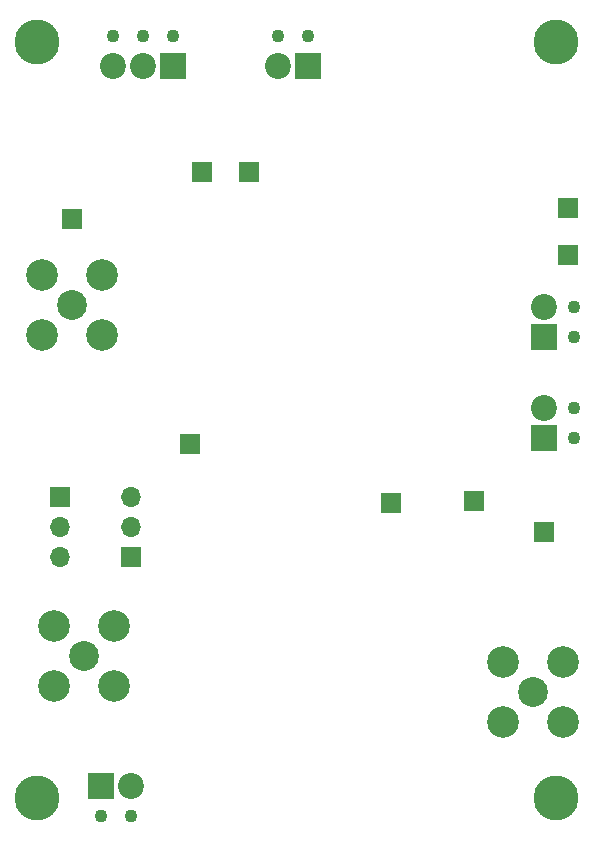
<source format=gbr>
%TF.GenerationSoftware,KiCad,Pcbnew,8.0.2*%
%TF.CreationDate,2024-10-27T20:41:51-03:00*%
%TF.ProjectId,LumiCom_Transmitter,4c756d69-436f-46d5-9f54-72616e736d69,rev?*%
%TF.SameCoordinates,Original*%
%TF.FileFunction,Soldermask,Bot*%
%TF.FilePolarity,Negative*%
%FSLAX46Y46*%
G04 Gerber Fmt 4.6, Leading zero omitted, Abs format (unit mm)*
G04 Created by KiCad (PCBNEW 8.0.2) date 2024-10-27 20:41:51*
%MOMM*%
%LPD*%
G01*
G04 APERTURE LIST*
%ADD10C,3.800000*%
%ADD11R,1.700000X1.700000*%
%ADD12O,1.700000X1.700000*%
%ADD13C,1.100000*%
%ADD14R,2.200000X2.200000*%
%ADD15C,2.200000*%
%ADD16C,2.529000*%
%ADD17C,2.679000*%
G04 APERTURE END LIST*
D10*
%TO.C,H2*%
X47000000Y3000000D03*
%TD*%
%TO.C,H1*%
X3000000Y67000000D03*
%TD*%
D11*
%TO.C,J8*%
X5000000Y28540000D03*
D12*
X5000000Y26000000D03*
X5000000Y23460000D03*
%TD*%
D13*
%TO.C,J2*%
X26000000Y67540000D03*
X23460000Y67540000D03*
D14*
X26000000Y65000000D03*
D15*
X23460000Y65000000D03*
%TD*%
D13*
%TO.C,J4*%
X48540000Y33460000D03*
X48540000Y36000000D03*
D14*
X46000000Y33460000D03*
D15*
X46000000Y36000000D03*
%TD*%
D11*
%TO.C,TP3*%
X21000000Y56000000D03*
%TD*%
D10*
%TO.C,H4*%
X3000000Y3000000D03*
%TD*%
D11*
%TO.C,TP1*%
X6000000Y52000000D03*
%TD*%
%TO.C,TP4*%
X17000000Y56000000D03*
%TD*%
%TO.C,TP8*%
X48000000Y53000000D03*
%TD*%
D10*
%TO.C,H3*%
X47000000Y67000000D03*
%TD*%
D11*
%TO.C,TP6*%
X33000000Y28000000D03*
%TD*%
%TO.C,J9*%
X11000000Y23460000D03*
D12*
X11000000Y26000000D03*
X11000000Y28540000D03*
%TD*%
D13*
%TO.C,J10*%
X8460000Y1460000D03*
X11000000Y1460000D03*
D14*
X8460000Y4000000D03*
D15*
X11000000Y4000000D03*
%TD*%
D13*
%TO.C,J1*%
X14540000Y67540000D03*
X12000000Y67540000D03*
X9460000Y67540000D03*
D14*
X14540000Y65000000D03*
D15*
X12000000Y65000000D03*
X9460000Y65000000D03*
%TD*%
D16*
%TO.C,J6*%
X45000000Y12000000D03*
D17*
X42460000Y9460000D03*
X47540000Y9460000D03*
X42460000Y14540000D03*
X47540000Y14540000D03*
%TD*%
D11*
%TO.C,TP2*%
X16000000Y33000000D03*
%TD*%
%TO.C,TP5*%
X48000000Y49000000D03*
%TD*%
%TO.C,TP7*%
X40000000Y28200000D03*
%TD*%
D13*
%TO.C,J5*%
X48540000Y42030000D03*
X48540000Y44570000D03*
D14*
X46000000Y42030000D03*
D15*
X46000000Y44570000D03*
%TD*%
D16*
%TO.C,J7*%
X7000000Y15000000D03*
D17*
X9540000Y17540000D03*
X4460000Y17540000D03*
X9540000Y12460000D03*
X4460000Y12460000D03*
%TD*%
D11*
%TO.C,TP9*%
X46000000Y25500000D03*
%TD*%
D16*
%TO.C,J3*%
X6000000Y44800000D03*
D17*
X8540000Y47340000D03*
X3460000Y47340000D03*
X8540000Y42260000D03*
X3460000Y42260000D03*
%TD*%
M02*

</source>
